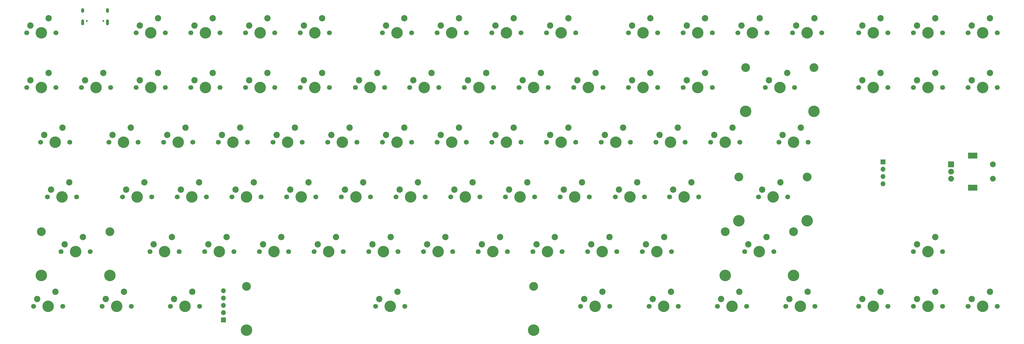
<source format=gbr>
%TF.GenerationSoftware,KiCad,Pcbnew,(6.0.7)*%
%TF.CreationDate,2022-09-01T16:07:51+12:00*%
%TF.ProjectId,custom_keyboard,63757374-6f6d-45f6-9b65-79626f617264,rev?*%
%TF.SameCoordinates,Original*%
%TF.FileFunction,Soldermask,Top*%
%TF.FilePolarity,Negative*%
%FSLAX46Y46*%
G04 Gerber Fmt 4.6, Leading zero omitted, Abs format (unit mm)*
G04 Created by KiCad (PCBNEW (6.0.7)) date 2022-09-01 16:07:51*
%MOMM*%
%LPD*%
G01*
G04 APERTURE LIST*
%ADD10C,4.000000*%
%ADD11C,3.050000*%
%ADD12C,1.700000*%
%ADD13C,2.200000*%
%ADD14R,1.700000X1.700000*%
%ADD15O,1.700000X1.700000*%
%ADD16C,2.000000*%
%ADD17R,3.200000X2.000000*%
%ADD18R,2.000000X2.000000*%
%ADD19C,0.650000*%
%ADD20O,1.000000X2.100000*%
%ADD21O,1.000000X1.600000*%
G04 APERTURE END LIST*
D10*
%TO.C,MX37*%
X219703750Y-191120000D03*
X119703750Y-191120000D03*
D11*
X119703750Y-175880000D03*
D12*
X174783750Y-182880000D03*
X164623750Y-182880000D03*
D10*
X169703750Y-182880000D03*
D11*
X219703750Y-175880000D03*
D13*
X172243750Y-177800000D03*
X165893750Y-180340000D03*
%TD*%
D10*
%TO.C,MX1*%
X60166250Y-163830000D03*
X48266250Y-172070000D03*
D11*
X72066250Y-156830000D03*
D12*
X55086250Y-163830000D03*
D11*
X48266250Y-156830000D03*
D10*
X72066250Y-172070000D03*
D12*
X65246250Y-163830000D03*
D13*
X62706250Y-158750000D03*
X56356250Y-161290000D03*
%TD*%
D10*
%TO.C,MX2*%
X50641250Y-182880000D03*
D12*
X55721250Y-182880000D03*
X45561250Y-182880000D03*
D13*
X53181250Y-177800000D03*
X46831250Y-180340000D03*
%TD*%
D12*
%TO.C,MX3*%
X47942500Y-125730000D03*
D10*
X53022500Y-125730000D03*
D12*
X58102500Y-125730000D03*
D13*
X55562500Y-120650000D03*
X49212500Y-123190000D03*
%TD*%
D12*
%TO.C,MX4*%
X60483750Y-144780000D03*
D10*
X55403750Y-144780000D03*
D12*
X50323750Y-144780000D03*
D13*
X57943750Y-139700000D03*
X51593750Y-142240000D03*
%TD*%
D12*
%TO.C,MX5*%
X53340000Y-106680000D03*
D10*
X48260000Y-106680000D03*
D12*
X43180000Y-106680000D03*
D13*
X50800000Y-101600000D03*
X44450000Y-104140000D03*
%TD*%
D10*
%TO.C,MX6*%
X48260000Y-87630000D03*
D12*
X53340000Y-87630000D03*
X43180000Y-87630000D03*
D13*
X50800000Y-82550000D03*
X44450000Y-85090000D03*
%TD*%
D12*
%TO.C,MX7*%
X79533750Y-182880000D03*
D10*
X74453750Y-182880000D03*
D12*
X69373750Y-182880000D03*
D13*
X76993750Y-177800000D03*
X70643750Y-180340000D03*
%TD*%
D10*
%TO.C,MX8*%
X67310000Y-106680000D03*
D12*
X72390000Y-106680000D03*
X62230000Y-106680000D03*
D13*
X69850000Y-101600000D03*
X63500000Y-104140000D03*
%TD*%
D10*
%TO.C,MX9*%
X76835000Y-125730000D03*
D12*
X81915000Y-125730000D03*
X71755000Y-125730000D03*
D13*
X79375000Y-120650000D03*
X73025000Y-123190000D03*
%TD*%
D12*
%TO.C,MX10*%
X76517500Y-144780000D03*
X86677500Y-144780000D03*
D10*
X81597500Y-144780000D03*
D13*
X84137500Y-139700000D03*
X77787500Y-142240000D03*
%TD*%
D12*
%TO.C,MX11*%
X91440000Y-87630000D03*
D10*
X86360000Y-87630000D03*
D12*
X81280000Y-87630000D03*
D13*
X88900000Y-82550000D03*
X82550000Y-85090000D03*
%TD*%
D10*
%TO.C,MX12*%
X98266250Y-182880000D03*
D12*
X93186250Y-182880000D03*
X103346250Y-182880000D03*
D13*
X100806250Y-177800000D03*
X94456250Y-180340000D03*
%TD*%
D12*
%TO.C,MX13*%
X96202500Y-163830000D03*
X86042500Y-163830000D03*
D10*
X91122500Y-163830000D03*
D13*
X93662500Y-158750000D03*
X87312500Y-161290000D03*
%TD*%
D12*
%TO.C,MX14*%
X91440000Y-106680000D03*
X81280000Y-106680000D03*
D10*
X86360000Y-106680000D03*
D13*
X88900000Y-101600000D03*
X82550000Y-104140000D03*
%TD*%
D10*
%TO.C,MX15*%
X95885000Y-125730000D03*
D12*
X100965000Y-125730000D03*
X90805000Y-125730000D03*
D13*
X98425000Y-120650000D03*
X92075000Y-123190000D03*
%TD*%
D12*
%TO.C,MX16*%
X95567500Y-144780000D03*
D10*
X100647500Y-144780000D03*
D12*
X105727500Y-144780000D03*
D13*
X103187500Y-139700000D03*
X96837500Y-142240000D03*
%TD*%
D12*
%TO.C,MX17*%
X110490000Y-87630000D03*
X100330000Y-87630000D03*
D10*
X105410000Y-87630000D03*
D13*
X107950000Y-82550000D03*
X101600000Y-85090000D03*
%TD*%
D12*
%TO.C,MX18*%
X105092500Y-163830000D03*
D10*
X110172500Y-163830000D03*
D12*
X115252500Y-163830000D03*
D13*
X112712500Y-158750000D03*
X106362500Y-161290000D03*
%TD*%
D12*
%TO.C,MX19*%
X110490000Y-106680000D03*
D10*
X105410000Y-106680000D03*
D12*
X100330000Y-106680000D03*
D13*
X107950000Y-101600000D03*
X101600000Y-104140000D03*
%TD*%
D12*
%TO.C,MX20*%
X120015000Y-125730000D03*
D10*
X114935000Y-125730000D03*
D12*
X109855000Y-125730000D03*
D13*
X117475000Y-120650000D03*
X111125000Y-123190000D03*
%TD*%
D10*
%TO.C,MX21*%
X119697500Y-144780000D03*
D12*
X114617500Y-144780000D03*
X124777500Y-144780000D03*
D13*
X122237500Y-139700000D03*
X115887500Y-142240000D03*
%TD*%
D10*
%TO.C,MX22*%
X124460000Y-87630000D03*
D12*
X119380000Y-87630000D03*
X129540000Y-87630000D03*
D13*
X127000000Y-82550000D03*
X120650000Y-85090000D03*
%TD*%
D12*
%TO.C,MX23*%
X134302500Y-163830000D03*
D10*
X129222500Y-163830000D03*
D12*
X124142500Y-163830000D03*
D13*
X131762500Y-158750000D03*
X125412500Y-161290000D03*
%TD*%
D12*
%TO.C,MX24*%
X119380000Y-106680000D03*
D10*
X124460000Y-106680000D03*
D12*
X129540000Y-106680000D03*
D13*
X127000000Y-101600000D03*
X120650000Y-104140000D03*
%TD*%
D10*
%TO.C,MX25*%
X133985000Y-125730000D03*
D12*
X139065000Y-125730000D03*
X128905000Y-125730000D03*
D13*
X136525000Y-120650000D03*
X130175000Y-123190000D03*
%TD*%
D10*
%TO.C,MX26*%
X138747500Y-144780000D03*
D12*
X133667500Y-144780000D03*
X143827500Y-144780000D03*
D13*
X141287500Y-139700000D03*
X134937500Y-142240000D03*
%TD*%
D10*
%TO.C,MX27*%
X143510000Y-87630000D03*
D12*
X148590000Y-87630000D03*
X138430000Y-87630000D03*
D13*
X146050000Y-82550000D03*
X139700000Y-85090000D03*
%TD*%
D12*
%TO.C,MX28*%
X143192500Y-163830000D03*
D10*
X148272500Y-163830000D03*
D12*
X153352500Y-163830000D03*
D13*
X150812500Y-158750000D03*
X144462500Y-161290000D03*
%TD*%
D12*
%TO.C,MX29*%
X138430000Y-106680000D03*
D10*
X143510000Y-106680000D03*
D12*
X148590000Y-106680000D03*
D13*
X146050000Y-101600000D03*
X139700000Y-104140000D03*
%TD*%
D12*
%TO.C,MX30*%
X147955000Y-125730000D03*
X158115000Y-125730000D03*
D10*
X153035000Y-125730000D03*
D13*
X155575000Y-120650000D03*
X149225000Y-123190000D03*
%TD*%
D12*
%TO.C,MX31*%
X152717500Y-144780000D03*
D10*
X157797500Y-144780000D03*
D12*
X162877500Y-144780000D03*
D13*
X160337500Y-139700000D03*
X153987500Y-142240000D03*
%TD*%
D12*
%TO.C,MX32*%
X172402500Y-163830000D03*
X162242500Y-163830000D03*
D10*
X167322500Y-163830000D03*
D13*
X169862500Y-158750000D03*
X163512500Y-161290000D03*
%TD*%
D10*
%TO.C,MX33*%
X162718750Y-106680000D03*
D12*
X167798750Y-106680000D03*
X157638750Y-106680000D03*
D13*
X165258750Y-101600000D03*
X158908750Y-104140000D03*
%TD*%
D10*
%TO.C,MX34*%
X172085000Y-87630000D03*
D12*
X177165000Y-87630000D03*
X167005000Y-87630000D03*
D13*
X174625000Y-82550000D03*
X168275000Y-85090000D03*
%TD*%
D10*
%TO.C,MX35*%
X172085000Y-125730000D03*
D12*
X177165000Y-125730000D03*
X167005000Y-125730000D03*
D13*
X174625000Y-120650000D03*
X168275000Y-123190000D03*
%TD*%
D12*
%TO.C,MX36*%
X181927500Y-144780000D03*
D10*
X176847500Y-144780000D03*
D12*
X171767500Y-144780000D03*
D13*
X179387500Y-139700000D03*
X173037500Y-142240000D03*
%TD*%
D12*
%TO.C,MX38*%
X191452500Y-163830000D03*
X181292500Y-163830000D03*
D10*
X186372500Y-163830000D03*
D13*
X188912500Y-158750000D03*
X182562500Y-161290000D03*
%TD*%
D12*
%TO.C,MX39*%
X176530000Y-106680000D03*
D10*
X181610000Y-106680000D03*
D12*
X186690000Y-106680000D03*
D13*
X184150000Y-101600000D03*
X177800000Y-104140000D03*
%TD*%
D10*
%TO.C,MX40*%
X191135000Y-87630000D03*
D12*
X196215000Y-87630000D03*
X186055000Y-87630000D03*
D13*
X193675000Y-82550000D03*
X187325000Y-85090000D03*
%TD*%
D12*
%TO.C,MX41*%
X196215000Y-125730000D03*
X186055000Y-125730000D03*
D10*
X191135000Y-125730000D03*
D13*
X193675000Y-120650000D03*
X187325000Y-123190000D03*
%TD*%
D10*
%TO.C,MX42*%
X195897500Y-144780000D03*
D12*
X200977500Y-144780000D03*
X190817500Y-144780000D03*
D13*
X198437500Y-139700000D03*
X192087500Y-142240000D03*
%TD*%
D12*
%TO.C,MX43*%
X210502500Y-163830000D03*
D10*
X205422500Y-163830000D03*
D12*
X200342500Y-163830000D03*
D13*
X207962500Y-158750000D03*
X201612500Y-161290000D03*
%TD*%
D12*
%TO.C,MX44*%
X195580000Y-106680000D03*
X205740000Y-106680000D03*
D10*
X200660000Y-106680000D03*
D13*
X203200000Y-101600000D03*
X196850000Y-104140000D03*
%TD*%
D12*
%TO.C,MX45*%
X205105000Y-87630000D03*
D10*
X210185000Y-87630000D03*
D12*
X215265000Y-87630000D03*
D13*
X212725000Y-82550000D03*
X206375000Y-85090000D03*
%TD*%
D10*
%TO.C,MX46*%
X210185000Y-125730000D03*
D12*
X215265000Y-125730000D03*
X205105000Y-125730000D03*
D13*
X212725000Y-120650000D03*
X206375000Y-123190000D03*
%TD*%
D10*
%TO.C,MX47*%
X214947500Y-144780000D03*
D12*
X209867500Y-144780000D03*
X220027500Y-144780000D03*
D13*
X217487500Y-139700000D03*
X211137500Y-142240000D03*
%TD*%
D10*
%TO.C,MX48*%
X224472500Y-163830000D03*
D12*
X229552500Y-163830000D03*
X219392500Y-163830000D03*
D13*
X227012500Y-158750000D03*
X220662500Y-161290000D03*
%TD*%
D12*
%TO.C,MX49*%
X214630000Y-106680000D03*
D10*
X219710000Y-106680000D03*
D12*
X224790000Y-106680000D03*
D13*
X222250000Y-101600000D03*
X215900000Y-104140000D03*
%TD*%
D10*
%TO.C,MX50*%
X229235000Y-87630000D03*
D12*
X224155000Y-87630000D03*
X234315000Y-87630000D03*
D13*
X231775000Y-82550000D03*
X225425000Y-85090000D03*
%TD*%
D12*
%TO.C,MX51*%
X234315000Y-125730000D03*
X224155000Y-125730000D03*
D10*
X229235000Y-125730000D03*
D13*
X231775000Y-120650000D03*
X225425000Y-123190000D03*
%TD*%
D12*
%TO.C,MX52*%
X228917500Y-144780000D03*
D10*
X233997500Y-144780000D03*
D12*
X239077500Y-144780000D03*
D13*
X236537500Y-139700000D03*
X230187500Y-142240000D03*
%TD*%
D12*
%TO.C,MX53*%
X238442500Y-163830000D03*
X248602500Y-163830000D03*
D10*
X243522500Y-163830000D03*
D13*
X246062500Y-158750000D03*
X239712500Y-161290000D03*
%TD*%
D12*
%TO.C,MX54*%
X233680000Y-106680000D03*
D10*
X238760000Y-106680000D03*
D12*
X243840000Y-106680000D03*
D13*
X241300000Y-101600000D03*
X234950000Y-104140000D03*
%TD*%
D10*
%TO.C,MX55*%
X248285000Y-125730000D03*
D12*
X243205000Y-125730000D03*
X253365000Y-125730000D03*
D13*
X250825000Y-120650000D03*
X244475000Y-123190000D03*
%TD*%
D12*
%TO.C,MX56*%
X248126250Y-144780000D03*
D10*
X253206250Y-144780000D03*
D12*
X258286250Y-144780000D03*
D13*
X255746250Y-139700000D03*
X249396250Y-142240000D03*
%TD*%
D12*
%TO.C,MX57*%
X246221250Y-182880000D03*
D10*
X241141250Y-182880000D03*
D12*
X236061250Y-182880000D03*
D13*
X243681250Y-177800000D03*
X237331250Y-180340000D03*
%TD*%
D10*
%TO.C,MX58*%
X257810000Y-87630000D03*
D12*
X262890000Y-87630000D03*
X252730000Y-87630000D03*
D13*
X260350000Y-82550000D03*
X254000000Y-85090000D03*
%TD*%
D12*
%TO.C,MX59*%
X267652500Y-163830000D03*
D10*
X262572500Y-163830000D03*
D12*
X257492500Y-163830000D03*
D13*
X265112500Y-158750000D03*
X258762500Y-161290000D03*
%TD*%
D12*
%TO.C,MX60*%
X252730000Y-106680000D03*
X262890000Y-106680000D03*
D10*
X257810000Y-106680000D03*
D13*
X260350000Y-101600000D03*
X254000000Y-104140000D03*
%TD*%
D10*
%TO.C,MX61*%
X267335000Y-125730000D03*
D12*
X262255000Y-125730000D03*
X272415000Y-125730000D03*
D13*
X269875000Y-120650000D03*
X263525000Y-123190000D03*
%TD*%
D12*
%TO.C,MX62*%
X277177500Y-144780000D03*
D10*
X272097500Y-144780000D03*
D12*
X267017500Y-144780000D03*
D13*
X274637500Y-139700000D03*
X268287500Y-142240000D03*
%TD*%
D10*
%TO.C,MX63*%
X264953750Y-182880000D03*
D12*
X270033750Y-182880000D03*
X259873750Y-182880000D03*
D13*
X267493750Y-177800000D03*
X261143750Y-180340000D03*
%TD*%
D12*
%TO.C,MX64*%
X281940000Y-87630000D03*
D10*
X276860000Y-87630000D03*
D12*
X271780000Y-87630000D03*
D13*
X279400000Y-82550000D03*
X273050000Y-85090000D03*
%TD*%
D12*
%TO.C,MX65*%
X281940000Y-106680000D03*
X271780000Y-106680000D03*
D10*
X276860000Y-106680000D03*
D13*
X279400000Y-101600000D03*
X273050000Y-104140000D03*
%TD*%
D12*
%TO.C,MX66*%
X291465000Y-125730000D03*
D10*
X286385000Y-125730000D03*
D12*
X281305000Y-125730000D03*
D13*
X288925000Y-120650000D03*
X282575000Y-123190000D03*
%TD*%
D12*
%TO.C,MX67*%
X283686250Y-182880000D03*
D10*
X288766250Y-182880000D03*
D12*
X293846250Y-182880000D03*
D13*
X291306250Y-177800000D03*
X284956250Y-180340000D03*
%TD*%
D10*
%TO.C,MX68*%
X295910000Y-87630000D03*
D12*
X300990000Y-87630000D03*
X290830000Y-87630000D03*
D13*
X298450000Y-82550000D03*
X292100000Y-85090000D03*
%TD*%
D12*
%TO.C,MX69*%
X317658750Y-182880000D03*
D10*
X312578750Y-182880000D03*
D12*
X307498750Y-182880000D03*
D13*
X315118750Y-177800000D03*
X308768750Y-180340000D03*
%TD*%
D12*
%TO.C,MX70*%
X315277500Y-125730000D03*
D10*
X310197500Y-125730000D03*
D12*
X305117500Y-125730000D03*
D13*
X312737500Y-120650000D03*
X306387500Y-123190000D03*
%TD*%
D12*
%TO.C,MX71*%
X297973750Y-144780000D03*
D10*
X314953750Y-153020000D03*
X291153750Y-153020000D03*
D11*
X291153750Y-137780000D03*
D12*
X308133750Y-144780000D03*
D11*
X314953750Y-137780000D03*
D10*
X303053750Y-144780000D03*
D13*
X305593750Y-139700000D03*
X299243750Y-142240000D03*
%TD*%
D12*
%TO.C,MX72*%
X303371250Y-163830000D03*
D10*
X298291250Y-163830000D03*
X310191250Y-172070000D03*
D11*
X310191250Y-156830000D03*
D10*
X286391250Y-172070000D03*
D11*
X286391250Y-156830000D03*
D12*
X293211250Y-163830000D03*
D13*
X300831250Y-158750000D03*
X294481250Y-161290000D03*
%TD*%
D12*
%TO.C,MX73*%
X320040000Y-87630000D03*
D10*
X314960000Y-87630000D03*
D12*
X309880000Y-87630000D03*
D13*
X317500000Y-82550000D03*
X311150000Y-85090000D03*
%TD*%
D10*
%TO.C,MX74*%
X317335000Y-114920000D03*
D11*
X317335000Y-99680000D03*
D10*
X293535000Y-114920000D03*
D11*
X293535000Y-99680000D03*
D12*
X310515000Y-106680000D03*
D10*
X305435000Y-106680000D03*
D12*
X300355000Y-106680000D03*
D13*
X307975000Y-101600000D03*
X301625000Y-104140000D03*
%TD*%
D12*
%TO.C,MX75*%
X332898750Y-182880000D03*
D10*
X337978750Y-182880000D03*
D12*
X343058750Y-182880000D03*
D13*
X340518750Y-177800000D03*
X334168750Y-180340000D03*
%TD*%
D12*
%TO.C,MX76*%
X343058750Y-87630000D03*
D10*
X337978750Y-87630000D03*
D12*
X332898750Y-87630000D03*
D13*
X340518750Y-82550000D03*
X334168750Y-85090000D03*
%TD*%
D12*
%TO.C,MX77*%
X343058750Y-106680000D03*
D10*
X337978750Y-106680000D03*
D12*
X332898750Y-106680000D03*
D13*
X340518750Y-101600000D03*
X334168750Y-104140000D03*
%TD*%
D12*
%TO.C,MX78*%
X351948750Y-182880000D03*
X362108750Y-182880000D03*
D10*
X357028750Y-182880000D03*
D13*
X359568750Y-177800000D03*
X353218750Y-180340000D03*
%TD*%
D12*
%TO.C,MX79*%
X362108750Y-163830000D03*
D10*
X357028750Y-163830000D03*
D12*
X351948750Y-163830000D03*
D13*
X359568750Y-158750000D03*
X353218750Y-161290000D03*
%TD*%
D12*
%TO.C,MX80*%
X362108750Y-87630000D03*
D10*
X357028750Y-87630000D03*
D12*
X351948750Y-87630000D03*
D13*
X359568750Y-82550000D03*
X353218750Y-85090000D03*
%TD*%
D12*
%TO.C,MX81*%
X351948750Y-106680000D03*
X362108750Y-106680000D03*
D10*
X357028750Y-106680000D03*
D13*
X359568750Y-101600000D03*
X353218750Y-104140000D03*
%TD*%
D12*
%TO.C,MX82*%
X370998750Y-182880000D03*
D10*
X376078750Y-182880000D03*
D12*
X381158750Y-182880000D03*
D13*
X378618750Y-177800000D03*
X372268750Y-180340000D03*
%TD*%
D10*
%TO.C,MX83*%
X376078750Y-87630000D03*
D12*
X381158750Y-87630000D03*
X370998750Y-87630000D03*
D13*
X378618750Y-82550000D03*
X372268750Y-85090000D03*
%TD*%
D10*
%TO.C,MX84*%
X376078750Y-106680000D03*
D12*
X381158750Y-106680000D03*
X370998750Y-106680000D03*
D13*
X378618750Y-101600000D03*
X372268750Y-104140000D03*
%TD*%
D14*
%TO.C,SSD1306*%
X341312500Y-132556250D03*
D15*
X341312500Y-135096250D03*
X341312500Y-137636250D03*
X341312500Y-140176250D03*
%TD*%
D16*
%TO.C,SW1*%
X379574200Y-133426200D03*
X379574200Y-138426200D03*
D17*
X372574200Y-141526200D03*
X372574200Y-130326200D03*
D16*
X365074200Y-135926200D03*
X365074200Y-138426200D03*
D18*
X365074200Y-133426200D03*
%TD*%
D14*
%TO.C,J1*%
X111633000Y-187574000D03*
D15*
X111633000Y-185034000D03*
X111633000Y-182494000D03*
X111633000Y-179954000D03*
X111633000Y-177414000D03*
%TD*%
D19*
%TO.C,USB1*%
X69831700Y-83445000D03*
X64051700Y-83445000D03*
D20*
X71261700Y-83975000D03*
D21*
X62621700Y-79795000D03*
D20*
X62621700Y-83975000D03*
D21*
X71261700Y-79795000D03*
%TD*%
M02*

</source>
